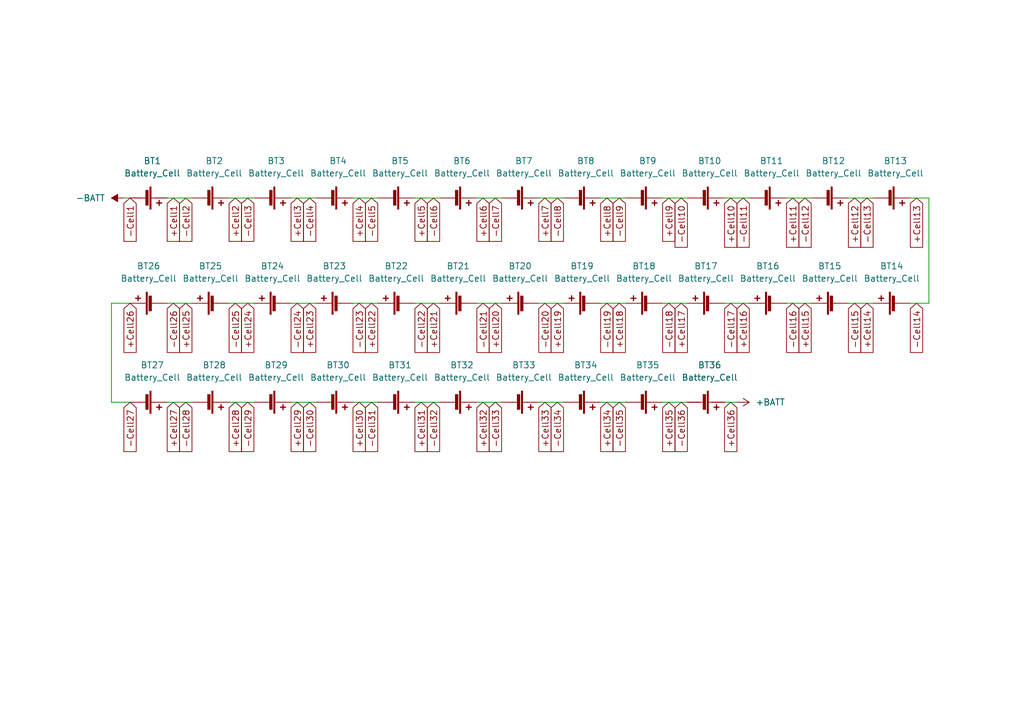
<source format=kicad_sch>
(kicad_sch (version 20230121) (generator eeschema)
  (paper "A5")
  (title_block (title "Cells") (date "2023-08-20") (rev "1") (company "Dynamium") (comment 1 "Just battery cells. Nothing else."))
  (lib_symbols
    (symbol "-BATT_1" (power) (pin_names (offset 0))
      (property "Value" "-BATT_1" (at 0 3.556 0))
      (symbol "-BATT_1_0_1"
        (polyline (pts (xy 0 0) (xy 0 2.54)))
        (polyline (pts (xy 0.762 1.27) (xy -0.762 1.27) (xy 0 2.54) (xy 0.762 1.27)) (fill (type outline)))
      )
      (symbol "-BATT_1_1_1"
        (pin power_in line (at 0 0 90) (length 0) hide (name "-BATT") (number "1"))
      )
    )
    (symbol "Device:Battery_Cell" (pin_numbers hide) (pin_names (offset 0) hide)
      (property "Reference" "BT" (at 2.54 2.54 0))
      (property "Value" "Battery_Cell" (at 2.54 0 0))
      (symbol "Battery_Cell_0_1"
        (rectangle (start -2.286 1.778) (end 2.286 1.524) (fill (type outline)))
        (rectangle (start -1.5748 1.1938) (end 1.4732 0.6858) (fill (type outline)))
        (polyline (pts (xy 0 0.762) (xy 0 0)))
        (polyline (pts (xy 0 1.778) (xy 0 2.54)))
        (polyline (pts (xy 0.508 3.429) (xy 1.524 3.429)) (stroke (width 0.254)))
        (polyline (pts (xy 1.016 3.937) (xy 1.016 2.921)) (stroke (width 0.254)))
      )
      (symbol "Battery_Cell_1_1"
        (pin passive line (at 0 5.08 270) (length 2.54) (name "+") (number "1"))
        (pin passive line (at 0 -2.54 90) (length 2.54) (name "-") (number "2"))
      )
    )
    (symbol "power:+BATT" (power) (pin_names (offset 0))
      (property "Value" "+BATT" (at 0 3.556 0))
      (symbol "+BATT_0_1"
        (polyline (pts (xy -0.762 1.27) (xy 0 2.54)))
        (polyline (pts (xy 0 0) (xy 0 2.54)))
        (polyline (pts (xy 0 2.54) (xy 0.762 1.27)))
      )
      (symbol "+BATT_1_1"
        (pin power_in line (at 0 0 90) (length 0) hide (name "+BATT") (number "1"))
      )
    )
  )
  (wire (pts (xy 179.07 62.23) (xy 173.99 62.23)))
  (wire (pts (xy 46.99 82.55) (xy 52.07 82.55)))
  (wire (pts (xy 97.79 82.55) (xy 102.87 82.55)))
  (wire (pts (xy 128.27 62.23) (xy 123.19 62.23)))
  (wire (pts (xy 110.49 82.55) (xy 115.57 82.55)))
  (wire (pts (xy 97.79 40.64) (xy 102.87 40.64)))
  (wire (pts (xy 72.39 40.64) (xy 77.47 40.64)))
  (wire (pts (xy 22.86 82.55) (xy 26.67 82.55)))
  (wire (pts (xy 85.09 82.55) (xy 90.17 82.55)))
  (wire (pts (xy 153.67 62.23) (xy 148.59 62.23)))
  (wire (pts (xy 90.17 62.23) (xy 85.09 62.23)))
  (wire (pts (xy 64.77 62.23) (xy 59.69 62.23)))
  (wire (pts (xy 140.97 62.23) (xy 135.89 62.23)))
  (wire (pts (xy 190.5 62.23) (xy 190.5 40.64)))
  (wire (pts (xy 34.29 40.64) (xy 39.37 40.64)))
  (wire (pts (xy 26.67 62.23) (xy 22.86 62.23)))
  (wire (pts (xy 148.59 82.55) (xy 151.13 82.55)))
  (wire (pts (xy 173.99 40.64) (xy 179.07 40.64)))
  (wire (pts (xy 186.69 62.23) (xy 190.5 62.23)))
  (wire (pts (xy 166.37 62.23) (xy 161.29 62.23)))
  (wire (pts (xy 110.49 40.64) (xy 115.57 40.64)))
  (wire (pts (xy 102.87 62.23) (xy 97.79 62.23)))
  (wire (pts (xy 161.29 40.64) (xy 166.37 40.64)))
  (wire (pts (xy 135.89 40.64) (xy 140.97 40.64)))
  (wire (pts (xy 39.37 62.23) (xy 34.29 62.23)))
  (wire (pts (xy 135.89 82.55) (xy 140.97 82.55)))
  (wire (pts (xy 190.5 40.64) (xy 186.69 40.64)))
  (wire (pts (xy 148.59 40.64) (xy 153.67 40.64)))
  (wire (pts (xy 77.47 62.23) (xy 72.39 62.23)))
  (wire (pts (xy 123.19 40.64) (xy 128.27 40.64)))
  (wire (pts (xy 59.69 82.55) (xy 64.77 82.55)))
  (wire (pts (xy 59.69 40.64) (xy 64.77 40.64)))
  (wire (pts (xy 46.99 40.64) (xy 52.07 40.64)))
  (wire (pts (xy 52.07 62.23) (xy 46.99 62.23)))
  (wire (pts (xy 26.67 40.64) (xy 25.4 40.64)))
  (wire (pts (xy 85.09 40.64) (xy 90.17 40.64)))
  (wire (pts (xy 72.39 82.55) (xy 77.47 82.55)))
  (wire (pts (xy 22.86 62.23) (xy 22.86 82.55)))
  (wire (pts (xy 123.19 82.55) (xy 128.27 82.55)))
  (wire (pts (xy 115.57 62.23) (xy 110.49 62.23)))
  (wire (pts (xy 34.29 82.55) (xy 39.37 82.55)))
  (global_label "-Cell17" (shape input) (at 149.86 62.23 270) (property "Intersheetrefs" "${INTERSHEET_REFS}" (effects hide)))
  (global_label "+Cell24" (shape input) (at 50.8 62.23 270) (property "Intersheetrefs" "${INTERSHEET_REFS}" (effects hide)))
  (global_label "+Cell10" (shape input) (at 149.86 40.64 270) (property "Intersheetrefs" "${INTERSHEET_REFS}" (effects hide)))
  (global_label "+Cell3" (shape input) (at 60.96 40.64 270) (property "Intersheetrefs" "${INTERSHEET_REFS}" (effects hide)))
  (global_label "+Cell36" (shape input) (at 149.86 82.55 270) (property "Intersheetrefs" "${INTERSHEET_REFS}" (effects hide)))
  (global_label "+Cell17" (shape input) (at 139.7 62.23 270) (property "Intersheetrefs" "${INTERSHEET_REFS}" (effects hide)))
  (global_label "+Cell26" (shape input) (at 26.67 62.23 270) (property "Intersheetrefs" "${INTERSHEET_REFS}" (effects hide)))
  (global_label "-Cell6" (shape input) (at 88.9 40.64 270) (property "Intersheetrefs" "${INTERSHEET_REFS}" (effects hide)))
  (global_label "-Cell13" (shape input) (at 177.8 40.64 270) (property "Intersheetrefs" "${INTERSHEET_REFS}" (effects hide)))
  (global_label "+Cell31" (shape input) (at 86.36 82.55 270) (property "Intersheetrefs" "${INTERSHEET_REFS}" (effects hide)))
  (global_label "-Cell30" (shape input) (at 63.5 82.55 270) (property "Intersheetrefs" "${INTERSHEET_REFS}" (effects hide)))
  (global_label "+Cell21" (shape input) (at 88.9 62.23 270) (property "Intersheetrefs" "${INTERSHEET_REFS}" (effects hide)))
  (global_label "-Cell4" (shape input) (at 63.5 40.64 270) (property "Intersheetrefs" "${INTERSHEET_REFS}" (effects hide)))
  (global_label "-Cell27" (shape input) (at 26.67 82.55 270) (property "Intersheetrefs" "${INTERSHEET_REFS}" (effects hide)))
  (global_label "-Cell26" (shape input) (at 35.56 62.23 270) (property "Intersheetrefs" "${INTERSHEET_REFS}" (effects hide)))
  (global_label "-Cell3" (shape input) (at 50.8 40.64 270) (property "Intersheetrefs" "${INTERSHEET_REFS}" (effects hide)))
  (global_label "-Cell23" (shape input) (at 73.66 62.23 270) (property "Intersheetrefs" "${INTERSHEET_REFS}" (effects hide)))
  (global_label "-Cell11" (shape input) (at 152.4 40.64 270) (property "Intersheetrefs" "${INTERSHEET_REFS}" (effects hide)))
  (global_label "-Cell29" (shape input) (at 50.8 82.55 270) (property "Intersheetrefs" "${INTERSHEET_REFS}" (effects hide)))
  (global_label "-Cell9" (shape input) (at 127 40.64 270) (property "Intersheetrefs" "${INTERSHEET_REFS}" (effects hide)))
  (global_label "-Cell22" (shape input) (at 86.36 62.23 270) (property "Intersheetrefs" "${INTERSHEET_REFS}" (effects hide)))
  (global_label "+Cell12" (shape input) (at 175.26 40.64 270) (property "Intersheetrefs" "${INTERSHEET_REFS}" (effects hide)))
  (global_label "-Cell20" (shape input) (at 111.76 62.23 270) (property "Intersheetrefs" "${INTERSHEET_REFS}" (effects hide)))
  (global_label "+Cell5" (shape input) (at 86.36 40.64 270) (property "Intersheetrefs" "${INTERSHEET_REFS}" (effects hide)))
  (global_label "-Cell21" (shape input) (at 99.06 62.23 270) (property "Intersheetrefs" "${INTERSHEET_REFS}" (effects hide)))
  (global_label "-Cell14" (shape input) (at 187.96 62.23 270) (property "Intersheetrefs" "${INTERSHEET_REFS}" (effects hide)))
  (global_label "-Cell19" (shape input) (at 124.46 62.23 270) (property "Intersheetrefs" "${INTERSHEET_REFS}" (effects hide)))
  (global_label "+Cell1" (shape input) (at 35.56 40.64 270) (property "Intersheetrefs" "${INTERSHEET_REFS}" (effects hide)))
  (global_label "+Cell9" (shape input) (at 137.16 40.64 270) (property "Intersheetrefs" "${INTERSHEET_REFS}" (effects hide)))
  (global_label "-Cell1" (shape input) (at 26.67 40.64 270) (property "Intersheetrefs" "${INTERSHEET_REFS}" (effects hide)))
  (global_label "+Cell35" (shape input) (at 137.16 82.55 270) (property "Intersheetrefs" "${INTERSHEET_REFS}" (effects hide)))
  (global_label "-Cell24" (shape input) (at 60.96 62.23 270) (property "Intersheetrefs" "${INTERSHEET_REFS}" (effects hide)))
  (global_label "+Cell29" (shape input) (at 60.96 82.55 270) (property "Intersheetrefs" "${INTERSHEET_REFS}" (effects hide)))
  (global_label "-Cell25" (shape input) (at 48.26 62.23 270) (property "Intersheetrefs" "${INTERSHEET_REFS}" (effects hide)))
  (global_label "+Cell11" (shape input) (at 162.56 40.64 270) (property "Intersheetrefs" "${INTERSHEET_REFS}" (effects hide)))
  (global_label "-Cell12" (shape input) (at 165.1 40.64 270) (property "Intersheetrefs" "${INTERSHEET_REFS}" (effects hide)))
  (global_label "+Cell30" (shape input) (at 73.66 82.55 270) (property "Intersheetrefs" "${INTERSHEET_REFS}" (effects hide)))
  (global_label "+Cell25" (shape input) (at 38.1 62.23 270) (property "Intersheetrefs" "${INTERSHEET_REFS}" (effects hide)))
  (global_label "-Cell36" (shape input) (at 139.7 82.55 270) (property "Intersheetrefs" "${INTERSHEET_REFS}" (effects hide)))
  (global_label "+Cell32" (shape input) (at 99.06 82.55 270) (property "Intersheetrefs" "${INTERSHEET_REFS}" (effects hide)))
  (global_label "+Cell6" (shape input) (at 99.06 40.64 270) (property "Intersheetrefs" "${INTERSHEET_REFS}" (effects hide)))
  (global_label "-Cell28" (shape input) (at 38.1 82.55 270) (property "Intersheetrefs" "${INTERSHEET_REFS}" (effects hide)))
  (global_label "+Cell18" (shape input) (at 127 62.23 270) (property "Intersheetrefs" "${INTERSHEET_REFS}" (effects hide)))
  (global_label "+Cell14" (shape input) (at 177.8 62.23 270) (property "Intersheetrefs" "${INTERSHEET_REFS}" (effects hide)))
  (global_label "+Cell23" (shape input) (at 63.5 62.23 270) (property "Intersheetrefs" "${INTERSHEET_REFS}" (effects hide)))
  (global_label "+Cell28" (shape input) (at 48.26 82.55 270) (property "Intersheetrefs" "${INTERSHEET_REFS}" (effects hide)))
  (global_label "+Cell4" (shape input) (at 73.66 40.64 270) (property "Intersheetrefs" "${INTERSHEET_REFS}" (effects hide)))
  (global_label "-Cell16" (shape input) (at 162.56 62.23 270) (property "Intersheetrefs" "${INTERSHEET_REFS}" (effects hide)))
  (global_label "-Cell5" (shape input) (at 76.2 40.64 270) (property "Intersheetrefs" "${INTERSHEET_REFS}" (effects hide)))
  (global_label "-Cell2" (shape input) (at 38.1 40.64 270) (property "Intersheetrefs" "${INTERSHEET_REFS}" (effects hide)))
  (global_label "+Cell19" (shape input) (at 114.3 62.23 270) (property "Intersheetrefs" "${INTERSHEET_REFS}" (effects hide)))
  (global_label "+Cell15" (shape input) (at 165.1 62.23 270) (property "Intersheetrefs" "${INTERSHEET_REFS}" (effects hide)))
  (global_label "-Cell10" (shape input) (at 139.7 40.64 270) (property "Intersheetrefs" "${INTERSHEET_REFS}" (effects hide)))
  (global_label "+Cell20" (shape input) (at 101.6 62.23 270) (property "Intersheetrefs" "${INTERSHEET_REFS}" (effects hide)))
  (global_label "-Cell31" (shape input) (at 76.2 82.55 270) (property "Intersheetrefs" "${INTERSHEET_REFS}" (effects hide)))
  (global_label "+Cell27" (shape input) (at 35.56 82.55 270) (property "Intersheetrefs" "${INTERSHEET_REFS}" (effects hide)))
  (global_label "-Cell8" (shape input) (at 114.3 40.64 270) (property "Intersheetrefs" "${INTERSHEET_REFS}" (effects hide)))
  (global_label "-Cell7" (shape input) (at 101.6 40.64 270) (property "Intersheetrefs" "${INTERSHEET_REFS}" (effects hide)))
  (global_label "-Cell32" (shape input) (at 88.9 82.55 270) (property "Intersheetrefs" "${INTERSHEET_REFS}" (effects hide)))
  (global_label "-Cell34" (shape input) (at 114.3 82.55 270) (property "Intersheetrefs" "${INTERSHEET_REFS}" (effects hide)))
  (global_label "+Cell8" (shape input) (at 124.46 40.64 270) (property "Intersheetrefs" "${INTERSHEET_REFS}" (effects hide)))
  (global_label "+Cell34" (shape input) (at 124.46 82.55 270) (property "Intersheetrefs" "${INTERSHEET_REFS}" (effects hide)))
  (global_label "-Cell33" (shape input) (at 101.6 82.55 270) (property "Intersheetrefs" "${INTERSHEET_REFS}" (effects hide)))
  (global_label "+Cell33" (shape input) (at 111.76 82.55 270) (property "Intersheetrefs" "${INTERSHEET_REFS}" (effects hide)))
  (global_label "-Cell18" (shape input) (at 137.16 62.23 270) (property "Intersheetrefs" "${INTERSHEET_REFS}" (effects hide)))
  (global_label "+Cell22" (shape input) (at 76.2 62.23 270) (property "Intersheetrefs" "${INTERSHEET_REFS}" (effects hide)))
  (global_label "-Cell35" (shape input) (at 127 82.55 270) (property "Intersheetrefs" "${INTERSHEET_REFS}" (effects hide)))
  (global_label "+Cell13" (shape input) (at 187.96 40.64 270) (property "Intersheetrefs" "${INTERSHEET_REFS}" (effects hide)))
  (global_label "-Cell15" (shape input) (at 175.26 62.23 270) (property "Intersheetrefs" "${INTERSHEET_REFS}" (effects hide)))
  (global_label "+Cell2" (shape input) (at 48.26 40.64 270) (property "Intersheetrefs" "${INTERSHEET_REFS}" (effects hide)))
  (global_label "+Cell7" (shape input) (at 111.76 40.64 270) (property "Intersheetrefs" "${INTERSHEET_REFS}" (effects hide)))
  (global_label "+Cell16" (shape input) (at 152.4 62.23 270) (property "Intersheetrefs" "${INTERSHEET_REFS}" (effects hide)))
  (symbol (lib_id "Device:Battery_Cell") (at 44.45 62.23 90) (unit 1)
    (property "Reference" "BT25" (at 43.18 54.61 90))
    (property "Value" "Battery_Cell" (at 43.18 57.15 90))
    (instances (project "sBMS" (path "" (reference "BT25") (unit 1)) (path "" (reference "BT95") (unit 1)) (path "" (reference "BT42") (unit 1))))
  )
  (symbol (lib_id "Device:Battery_Cell") (at 92.71 82.55 270) (unit 1)
    (property "Reference" "BT32" (at 94.742 74.93 90))
    (property "Value" "Battery_Cell" (at 94.742 77.47 90))
    (instances (project "sBMS" (path "" (reference "BT32") (unit 1)) (path "" (reference "BT60") (unit 1)) (path "" (reference "BT53") (unit 1))))
  )
  (symbol (lib_id "Device:Battery_Cell") (at 105.41 82.55 270) (unit 1)
    (property "Reference" "BT33" (at 107.442 74.93 90))
    (property "Value" "Battery_Cell" (at 107.442 77.47 90))
    (instances (project "sBMS" (path "" (reference "BT33") (unit 1)) (path "" (reference "BT62") (unit 1)) (path "" (reference "BT56") (unit 1))))
  )
  (symbol (lib_id "Device:Battery_Cell") (at 143.51 40.64 270) (unit 1)
    (property "Reference" "BT10" (at 145.542 33.02 90))
    (property "Value" "Battery_Cell" (at 145.542 35.56 90))
    (instances (project "sBMS" (path "" (reference "BT10") (unit 1)) (path "" (reference "BT67") (unit 1)) (path "" (reference "BT64") (unit 1))))
  )
  (symbol (lib_name "-BATT_1") (lib_id "power:-BATT") (at 25.4 40.64 90) (unit 1)
    (property "Reference" "#PWR0117" (effects hide))
    (property "Value" "-BATT" (at 21.59 40.64 90) (effects (justify left)))
    (instances (project "sBMS" (path "" (reference "#PWR0117") (unit 1)) (path "" (reference "#PWR097") (unit 1)) (path "" (reference "#PWR063") (unit 1))))
  )
  (symbol (lib_id "Device:Battery_Cell") (at 67.31 82.55 270) (unit 1)
    (property "Reference" "BT30" (at 69.342 74.93 90))
    (property "Value" "Battery_Cell" (at 69.342 77.47 90))
    (instances (project "sBMS" (path "" (reference "BT30") (unit 1)) (path "" (reference "BT56") (unit 1)) (path "" (reference "BT47") (unit 1))))
  )
  (symbol (lib_id "power:+BATT") (at 151.13 82.55 270) (unit 1)
    (property "Reference" "#PWR018" (effects hide))
    (property "Value" "+BATT" (at 154.94 82.55 90) (effects (justify left)))
    (instances (project "sBMS" (path "" (reference "#PWR018") (unit 1)) (path "" (reference "#PWR064") (unit 1))))
  )
  (symbol (lib_id "Device:Battery_Cell") (at 143.51 82.55 270) (unit 1)
    (property "Reference" "BT36" (at 145.542 74.93 90))
    (property "Value" "Battery_Cell" (at 145.542 77.47 90))
    (instances (project "sBMS" (path "" (reference "BT36") (unit 1)) (path "" (reference "BT68") (unit 1)) (path "" (reference "BT65") (unit 1))))
  )
  (symbol (lib_id "Device:Battery_Cell") (at 41.91 82.55 270) (unit 1)
    (property "Reference" "BT28" (at 43.942 74.93 90))
    (property "Value" "Battery_Cell" (at 43.942 77.47 90))
    (instances (project "sBMS" (path "" (reference "BT28") (unit 1)) (path "" (reference "BT52") (unit 1)) (path "" (reference "BT41") (unit 1))))
  )
  (symbol (lib_id "Device:Battery_Cell") (at 168.91 40.64 270) (unit 1)
    (property "Reference" "BT12" (at 170.942 33.02 90))
    (property "Value" "Battery_Cell" (at 170.942 35.56 90))
    (instances (project "sBMS" (path "" (reference "BT12") (unit 1)) (path "" (reference "BT71") (unit 1)) (path "" (reference "BT69") (unit 1))))
  )
  (symbol (lib_id "Device:Battery_Cell") (at 118.11 82.55 270) (unit 1)
    (property "Reference" "BT34" (at 120.142 74.93 90))
    (property "Value" "Battery_Cell" (at 120.142 77.47 90))
    (instances (project "sBMS" (path "" (reference "BT34") (unit 1)) (path "" (reference "BT64") (unit 1)) (path "" (reference "BT59") (unit 1))))
  )
  (symbol (lib_id "Device:Battery_Cell") (at 120.65 62.23 90) (unit 1)
    (property "Reference" "BT19" (at 119.38 54.61 90))
    (property "Value" "Battery_Cell" (at 119.38 57.15 90))
    (instances (project "sBMS" (path "" (reference "BT19") (unit 1)) (path "" (reference "BT85") (unit 1)) (path "" (reference "BT60") (unit 1))))
  )
  (symbol (lib_id "Device:Battery_Cell") (at 92.71 40.64 270) (unit 1)
    (property "Reference" "BT6" (at 94.742 33.02 90))
    (property "Value" "Battery_Cell" (at 94.742 35.56 90))
    (instances (project "sBMS" (path "" (reference "BT6") (unit 1)) (path "" (reference "BT59") (unit 1)) (path "" (reference "BT52") (unit 1))))
  )
  (symbol (lib_id "Device:Battery_Cell") (at 156.21 40.64 270) (unit 1)
    (property "Reference" "BT11" (at 158.242 33.02 90))
    (property "Value" "Battery_Cell" (at 158.242 35.56 90))
    (instances (project "sBMS" (path "" (reference "BT11") (unit 1)) (path "" (reference "BT69") (unit 1)) (path "" (reference "BT67") (unit 1))))
  )
  (symbol (lib_id "Device:Battery_Cell") (at 41.91 40.64 270) (unit 1)
    (property "Reference" "BT2" (at 43.942 33.02 90))
    (property "Value" "Battery_Cell" (at 43.942 35.56 90))
    (instances (project "sBMS" (path "" (reference "BT2") (unit 1)) (path "" (reference "BT51") (unit 1)) (path "" (reference "BT40") (unit 1))))
  )
  (symbol (lib_id "Device:Battery_Cell") (at 54.61 40.64 270) (unit 1)
    (property "Reference" "BT3" (at 56.642 33.02 90))
    (property "Value" "Battery_Cell" (at 56.642 35.56 90))
    (instances (project "sBMS" (path "" (reference "BT3") (unit 1)) (path "" (reference "BT53") (unit 1)) (path "" (reference "BT43") (unit 1))))
  )
  (symbol (lib_id "Device:Battery_Cell") (at 31.75 62.23 90) (unit 1)
    (property "Reference" "BT26" (at 30.48 54.61 90))
    (property "Value" "Battery_Cell" (at 30.48 57.15 90))
    (instances (project "sBMS" (path "" (reference "BT26") (unit 1)) (path "" (reference "BT96") (unit 1)) (path "" (reference "BT39") (unit 1))))
  )
  (symbol (lib_id "Device:Battery_Cell") (at 181.61 40.64 270) (unit 1)
    (property "Reference" "BT13" (at 183.642 33.02 90))
    (property "Value" "Battery_Cell" (at 183.642 35.56 90))
    (instances (project "sBMS" (path "" (reference "BT13") (unit 1)) (path "" (reference "BT73") (unit 1)) (path "" (reference "BT71") (unit 1))))
  )
  (symbol (lib_id "Device:Battery_Cell") (at 82.55 62.23 90) (unit 1)
    (property "Reference" "BT22" (at 81.28 54.61 90))
    (property "Value" "Battery_Cell" (at 81.28 57.15 90))
    (instances (project "sBMS" (path "" (reference "BT22") (unit 1)) (path "" (reference "BT91") (unit 1)) (path "" (reference "BT51") (unit 1))))
  )
  (symbol (lib_id "Device:Battery_Cell") (at 57.15 62.23 90) (unit 1)
    (property "Reference" "BT24" (at 55.88 54.61 90))
    (property "Value" "Battery_Cell" (at 55.88 57.15 90))
    (instances (project "sBMS" (path "" (reference "BT24") (unit 1)) (path "" (reference "BT94") (unit 1)) (path "" (reference "BT45") (unit 1))))
  )
  (symbol (lib_id "Device:Battery_Cell") (at 130.81 40.64 270) (unit 1)
    (property "Reference" "BT9" (at 132.842 33.02 90))
    (property "Value" "Battery_Cell" (at 132.842 35.56 90))
    (instances (project "sBMS" (path "" (reference "BT9") (unit 1)) (path "" (reference "BT65") (unit 1)) (path "" (reference "BT61") (unit 1))))
  )
  (symbol (lib_id "Device:Battery_Cell") (at 118.11 40.64 270) (unit 1)
    (property "Reference" "BT8" (at 120.142 33.02 90))
    (property "Value" "Battery_Cell" (at 120.142 35.56 90))
    (instances (project "sBMS" (path "" (reference "BT8") (unit 1)) (path "" (reference "BT63") (unit 1)) (path "" (reference "BT58") (unit 1))))
  )
  (symbol (lib_id "Device:Battery_Cell") (at 146.05 62.23 90) (unit 1)
    (property "Reference" "BT17" (at 144.78 54.61 90))
    (property "Value" "Battery_Cell" (at 144.78 57.15 90))
    (instances (project "sBMS" (path "" (reference "BT17") (unit 1)) (path "" (reference "BT81") (unit 1)) (path "" (reference "BT66") (unit 1))))
  )
  (symbol (lib_id "Device:Battery_Cell") (at 184.15 62.23 90) (unit 1)
    (property "Reference" "BT14" (at 182.88 54.61 90))
    (property "Value" "Battery_Cell" (at 182.88 57.15 90))
    (instances (project "sBMS" (path "" (reference "BT14") (unit 1)) (path "" (reference "BT75") (unit 1)) (path "" (reference "BT72") (unit 1))))
  )
  (symbol (lib_id "Device:Battery_Cell") (at 29.21 82.55 270) (unit 1)
    (property "Reference" "BT27" (at 31.242 74.93 90))
    (property "Value" "Battery_Cell" (at 31.242 77.47 90))
    (instances (project "sBMS" (path "" (reference "BT27") (unit 1)) (path "" (reference "BT50") (unit 1)) (path "" (reference "BT38") (unit 1))))
  )
  (symbol (lib_id "Device:Battery_Cell") (at 158.75 62.23 90) (unit 1)
    (property "Reference" "BT16" (at 157.48 54.61 90))
    (property "Value" "Battery_Cell" (at 157.48 57.15 90))
    (instances (project "sBMS" (path "" (reference "BT16") (unit 1)) (path "" (reference "BT79") (unit 1)) (path "" (reference "BT68") (unit 1))))
  )
  (symbol (lib_id "Device:Battery_Cell") (at 171.45 62.23 90) (unit 1)
    (property "Reference" "BT15" (at 170.18 54.61 90))
    (property "Value" "Battery_Cell" (at 170.18 57.15 90))
    (instances (project "sBMS" (path "" (reference "BT15") (unit 1)) (path "" (reference "BT77") (unit 1)) (path "" (reference "BT70") (unit 1))))
  )
  (symbol (lib_id "Device:Battery_Cell") (at 107.95 62.23 90) (unit 1)
    (property "Reference" "BT20" (at 106.68 54.61 90))
    (property "Value" "Battery_Cell" (at 106.68 57.15 90))
    (instances (project "sBMS" (path "" (reference "BT20") (unit 1)) (path "" (reference "BT87") (unit 1)) (path "" (reference "BT57") (unit 1))))
  )
  (symbol (lib_id "Device:Battery_Cell") (at 80.01 40.64 270) (unit 1)
    (property "Reference" "BT5" (at 82.042 33.02 90))
    (property "Value" "Battery_Cell" (at 82.042 35.56 90))
    (instances (project "sBMS" (path "" (reference "BT5") (unit 1)) (path "" (reference "BT57") (unit 1)) (path "" (reference "BT49") (unit 1))))
  )
  (symbol (lib_id "Device:Battery_Cell") (at 67.31 40.64 270) (unit 1)
    (property "Reference" "BT4" (at 69.342 33.02 90))
    (property "Value" "Battery_Cell" (at 69.342 35.56 90))
    (instances (project "sBMS" (path "" (reference "BT4") (unit 1)) (path "" (reference "BT55") (unit 1)) (path "" (reference "BT46") (unit 1))))
  )
  (symbol (lib_id "Device:Battery_Cell") (at 80.01 82.55 270) (unit 1)
    (property "Reference" "BT31" (at 82.042 74.93 90))
    (property "Value" "Battery_Cell" (at 82.042 77.47 90))
    (instances (project "sBMS" (path "" (reference "BT31") (unit 1)) (path "" (reference "BT58") (unit 1)) (path "" (reference "BT50") (unit 1))))
  )
  (symbol (lib_id "Device:Battery_Cell") (at 69.85 62.23 90) (unit 1)
    (property "Reference" "BT23" (at 68.58 54.61 90))
    (property "Value" "Battery_Cell" (at 68.58 57.15 90))
    (instances (project "sBMS" (path "" (reference "BT23") (unit 1)) (path "" (reference "BT93") (unit 1)) (path "" (reference "BT48") (unit 1))))
  )
  (symbol (lib_id "Device:Battery_Cell") (at 29.21 40.64 270) (unit 1)
    (property "Reference" "BT1" (at 31.242 33.02 90))
    (property "Value" "Battery_Cell" (at 31.242 35.56 90))
    (instances (project "sBMS" (path "" (reference "BT1") (unit 1)) (path "" (reference "BT49") (unit 1)) (path "" (reference "BT37") (unit 1))))
  )
  (symbol (lib_id "Device:Battery_Cell") (at 105.41 40.64 270) (unit 1)
    (property "Reference" "BT7" (at 107.442 33.02 90))
    (property "Value" "Battery_Cell" (at 107.442 35.56 90))
    (instances (project "sBMS" (path "" (reference "BT7") (unit 1)) (path "" (reference "BT61") (unit 1)) (path "" (reference "BT55") (unit 1))))
  )
  (symbol (lib_id "Device:Battery_Cell") (at 130.81 82.55 270) (unit 1)
    (property "Reference" "BT35" (at 132.842 74.93 90))
    (property "Value" "Battery_Cell" (at 132.842 77.47 90))
    (instances (project "sBMS" (path "" (reference "BT35") (unit 1)) (path "" (reference "BT66") (unit 1)) (path "" (reference "BT62") (unit 1))))
  )
  (symbol (lib_id "Device:Battery_Cell") (at 54.61 82.55 270) (unit 1)
    (property "Reference" "BT29" (at 56.642 74.93 90))
    (property "Value" "Battery_Cell" (at 56.642 77.47 90))
    (instances (project "sBMS" (path "" (reference "BT29") (unit 1)) (path "" (reference "BT54") (unit 1)) (path "" (reference "BT44") (unit 1))))
  )
  (symbol (lib_id "Device:Battery_Cell") (at 133.35 62.23 90) (unit 1)
    (property "Reference" "BT18" (at 132.08 54.61 90))
    (property "Value" "Battery_Cell" (at 132.08 57.15 90))
    (instances (project "sBMS" (path "" (reference "BT18") (unit 1)) (path "" (reference "BT83") (unit 1)) (path "" (reference "BT63") (unit 1))))
  )
  (symbol (lib_id "Device:Battery_Cell") (at 95.25 62.23 90) (unit 1)
    (property "Reference" "BT21" (at 93.98 54.61 90))
    (property "Value" "Battery_Cell" (at 93.98 57.15 90))
    (instances (project "sBMS" (path "" (reference "BT21") (unit 1)) (path "" (reference "BT89") (unit 1)) (path "" (reference "BT54") (unit 1))))
  )
)
</source>
